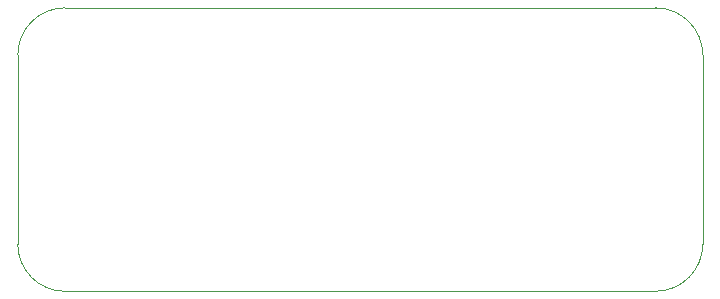
<source format=gbr>
%TF.GenerationSoftware,KiCad,Pcbnew,6.0.6-3a73a75311~116~ubuntu20.04.1*%
%TF.CreationDate,2022-07-05T10:29:56+02:00*%
%TF.ProjectId,Temperature_Tire_Sensor,54656d70-6572-4617-9475-72655f546972,rev?*%
%TF.SameCoordinates,Original*%
%TF.FileFunction,Profile,NP*%
%FSLAX46Y46*%
G04 Gerber Fmt 4.6, Leading zero omitted, Abs format (unit mm)*
G04 Created by KiCad (PCBNEW 6.0.6-3a73a75311~116~ubuntu20.04.1) date 2022-07-05 10:29:56*
%MOMM*%
%LPD*%
G01*
G04 APERTURE LIST*
%TA.AperFunction,Profile*%
%ADD10C,0.100000*%
%TD*%
G04 APERTURE END LIST*
D10*
X99000000Y-99000000D02*
X99000000Y-115000000D01*
X103000000Y-95000000D02*
G75*
G03*
X99000000Y-99000000I0J-4000000D01*
G01*
X103000000Y-119000000D02*
X153000000Y-119000000D01*
X99000000Y-115000000D02*
G75*
G03*
X103000000Y-119000000I4000000J0D01*
G01*
X153000000Y-119000000D02*
G75*
G03*
X157000000Y-115000000I0J4000000D01*
G01*
X157000000Y-115000000D02*
X157000000Y-99000000D01*
X157000000Y-99000000D02*
G75*
G03*
X153000000Y-95000000I-4000000J0D01*
G01*
X153000000Y-95000000D02*
X103000000Y-95000000D01*
M02*

</source>
